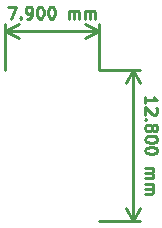
<source format=gbr>
G04 #@! TF.GenerationSoftware,KiCad,Pcbnew,(5.0.1-3-g963ef8bb5)*
G04 #@! TF.CreationDate,2019-09-04T21:15:41-04:00*
G04 #@! TF.ProjectId,RPiheader,5250696865616465722E6B696361645F,rev?*
G04 #@! TF.SameCoordinates,Original*
G04 #@! TF.FileFunction,Drawing*
%FSLAX45Y45*%
G04 Gerber Fmt 4.5, Leading zero omitted, Abs format (unit mm)*
G04 Created by KiCad (PCBNEW (5.0.1-3-g963ef8bb5)) date Wednesday, September 04, 2019 at 09:15:41 pm*
%MOMM*%
%LPD*%
G01*
G04 APERTURE LIST*
%ADD10C,0.250000*%
G04 APERTURE END LIST*
D10*
X784762Y997143D02*
X784762Y1054286D01*
X784762Y1025714D02*
X884762Y1025714D01*
X870476Y1035238D01*
X860952Y1044762D01*
X856190Y1054286D01*
X875238Y959048D02*
X880000Y954286D01*
X884762Y944762D01*
X884762Y920952D01*
X880000Y911428D01*
X875238Y906667D01*
X865714Y901905D01*
X856190Y901905D01*
X841905Y906667D01*
X784762Y963809D01*
X784762Y901905D01*
X794286Y859048D02*
X789524Y854286D01*
X784762Y859048D01*
X789524Y863809D01*
X794286Y859048D01*
X784762Y859048D01*
X841905Y797143D02*
X846667Y806667D01*
X851428Y811428D01*
X860952Y816190D01*
X865714Y816190D01*
X875238Y811428D01*
X880000Y806667D01*
X884762Y797143D01*
X884762Y778095D01*
X880000Y768571D01*
X875238Y763809D01*
X865714Y759048D01*
X860952Y759048D01*
X851428Y763809D01*
X846667Y768571D01*
X841905Y778095D01*
X841905Y797143D01*
X837143Y806667D01*
X832381Y811428D01*
X822857Y816190D01*
X803809Y816190D01*
X794286Y811428D01*
X789524Y806667D01*
X784762Y797143D01*
X784762Y778095D01*
X789524Y768571D01*
X794286Y763809D01*
X803809Y759048D01*
X822857Y759048D01*
X832381Y763809D01*
X837143Y768571D01*
X841905Y778095D01*
X884762Y697143D02*
X884762Y687619D01*
X880000Y678095D01*
X875238Y673333D01*
X865714Y668571D01*
X846667Y663810D01*
X822857Y663810D01*
X803809Y668571D01*
X794286Y673333D01*
X789524Y678095D01*
X784762Y687619D01*
X784762Y697143D01*
X789524Y706667D01*
X794286Y711428D01*
X803809Y716190D01*
X822857Y720952D01*
X846667Y720952D01*
X865714Y716190D01*
X875238Y711428D01*
X880000Y706667D01*
X884762Y697143D01*
X884762Y601905D02*
X884762Y592381D01*
X880000Y582857D01*
X875238Y578095D01*
X865714Y573333D01*
X846667Y568571D01*
X822857Y568571D01*
X803809Y573333D01*
X794286Y578095D01*
X789524Y582857D01*
X784762Y592381D01*
X784762Y601905D01*
X789524Y611429D01*
X794286Y616190D01*
X803809Y620952D01*
X822857Y625714D01*
X846667Y625714D01*
X865714Y620952D01*
X875238Y616190D01*
X880000Y611429D01*
X884762Y601905D01*
X784762Y449524D02*
X851428Y449524D01*
X841905Y449524D02*
X846667Y444762D01*
X851428Y435238D01*
X851428Y420952D01*
X846667Y411428D01*
X837143Y406667D01*
X784762Y406667D01*
X837143Y406667D02*
X846667Y401905D01*
X851428Y392381D01*
X851428Y378095D01*
X846667Y368571D01*
X837143Y363809D01*
X784762Y363809D01*
X784762Y316190D02*
X851428Y316190D01*
X841905Y316190D02*
X846667Y311429D01*
X851428Y301905D01*
X851428Y287619D01*
X846667Y278095D01*
X837143Y273333D01*
X784762Y273333D01*
X837143Y273333D02*
X846667Y268571D01*
X851428Y259048D01*
X851428Y244762D01*
X846667Y235238D01*
X837143Y230476D01*
X784762Y230476D01*
X680000Y1280000D02*
X680000Y0D01*
X390000Y1280000D02*
X738642Y1280000D01*
X390000Y0D02*
X738642Y0D01*
X680000Y0D02*
X621358Y112650D01*
X680000Y0D02*
X738642Y112650D01*
X680000Y1280000D02*
X621358Y1167350D01*
X680000Y1280000D02*
X738642Y1167350D01*
X-376428Y1814762D02*
X-309762Y1814762D01*
X-352619Y1714762D01*
X-271667Y1724286D02*
X-266905Y1719524D01*
X-271667Y1714762D01*
X-276429Y1719524D01*
X-271667Y1724286D01*
X-271667Y1714762D01*
X-219286Y1714762D02*
X-200238Y1714762D01*
X-190714Y1719524D01*
X-185952Y1724286D01*
X-176428Y1738571D01*
X-171667Y1757619D01*
X-171667Y1795714D01*
X-176428Y1805238D01*
X-181190Y1810000D01*
X-190714Y1814762D01*
X-209762Y1814762D01*
X-219286Y1810000D01*
X-224048Y1805238D01*
X-228809Y1795714D01*
X-228809Y1771905D01*
X-224048Y1762381D01*
X-219286Y1757619D01*
X-209762Y1752857D01*
X-190714Y1752857D01*
X-181190Y1757619D01*
X-176428Y1762381D01*
X-171667Y1771905D01*
X-109762Y1814762D02*
X-100238Y1814762D01*
X-90714Y1810000D01*
X-85952Y1805238D01*
X-81190Y1795714D01*
X-76429Y1776667D01*
X-76429Y1752857D01*
X-81190Y1733809D01*
X-85952Y1724286D01*
X-90714Y1719524D01*
X-100238Y1714762D01*
X-109762Y1714762D01*
X-119286Y1719524D01*
X-124048Y1724286D01*
X-128809Y1733809D01*
X-133571Y1752857D01*
X-133571Y1776667D01*
X-128809Y1795714D01*
X-124048Y1805238D01*
X-119286Y1810000D01*
X-109762Y1814762D01*
X-14524Y1814762D02*
X-5000Y1814762D01*
X4524Y1810000D01*
X9286Y1805238D01*
X14048Y1795714D01*
X18810Y1776667D01*
X18810Y1752857D01*
X14048Y1733809D01*
X9286Y1724286D01*
X4524Y1719524D01*
X-5000Y1714762D01*
X-14524Y1714762D01*
X-24048Y1719524D01*
X-28809Y1724286D01*
X-33571Y1733809D01*
X-38333Y1752857D01*
X-38333Y1776667D01*
X-33571Y1795714D01*
X-28809Y1805238D01*
X-24048Y1810000D01*
X-14524Y1814762D01*
X137857Y1714762D02*
X137857Y1781428D01*
X137857Y1771905D02*
X142619Y1776667D01*
X152143Y1781428D01*
X166429Y1781428D01*
X175952Y1776667D01*
X180714Y1767143D01*
X180714Y1714762D01*
X180714Y1767143D02*
X185476Y1776667D01*
X195000Y1781428D01*
X209286Y1781428D01*
X218809Y1776667D01*
X223571Y1767143D01*
X223571Y1714762D01*
X271190Y1714762D02*
X271190Y1781428D01*
X271190Y1771905D02*
X275952Y1776667D01*
X285476Y1781428D01*
X299762Y1781428D01*
X309286Y1776667D01*
X314048Y1767143D01*
X314048Y1714762D01*
X314048Y1767143D02*
X318810Y1776667D01*
X328333Y1781428D01*
X342619Y1781428D01*
X352143Y1776667D01*
X356905Y1767143D01*
X356905Y1714762D01*
X-400000Y1610000D02*
X390000Y1610000D01*
X-400000Y1280000D02*
X-400000Y1668642D01*
X390000Y1280000D02*
X390000Y1668642D01*
X390000Y1610000D02*
X277350Y1551358D01*
X390000Y1610000D02*
X277350Y1668642D01*
X-400000Y1610000D02*
X-287350Y1551358D01*
X-400000Y1610000D02*
X-287350Y1668642D01*
M02*

</source>
